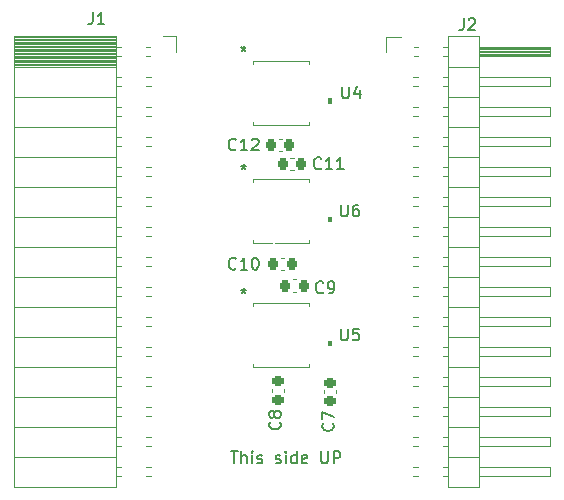
<source format=gbr>
%TF.GenerationSoftware,KiCad,Pcbnew,(6.0.1)*%
%TF.CreationDate,2022-07-20T18:19:17-07:00*%
%TF.ProjectId,LevelShifter,4c657665-6c53-4686-9966-7465722e6b69,rev?*%
%TF.SameCoordinates,Original*%
%TF.FileFunction,Legend,Top*%
%TF.FilePolarity,Positive*%
%FSLAX46Y46*%
G04 Gerber Fmt 4.6, Leading zero omitted, Abs format (unit mm)*
G04 Created by KiCad (PCBNEW (6.0.1)) date 2022-07-20 18:19:17*
%MOMM*%
%LPD*%
G01*
G04 APERTURE LIST*
G04 Aperture macros list*
%AMRoundRect*
0 Rectangle with rounded corners*
0 $1 Rounding radius*
0 $2 $3 $4 $5 $6 $7 $8 $9 X,Y pos of 4 corners*
0 Add a 4 corners polygon primitive as box body*
4,1,4,$2,$3,$4,$5,$6,$7,$8,$9,$2,$3,0*
0 Add four circle primitives for the rounded corners*
1,1,$1+$1,$2,$3*
1,1,$1+$1,$4,$5*
1,1,$1+$1,$6,$7*
1,1,$1+$1,$8,$9*
0 Add four rect primitives between the rounded corners*
20,1,$1+$1,$2,$3,$4,$5,0*
20,1,$1+$1,$4,$5,$6,$7,0*
20,1,$1+$1,$6,$7,$8,$9,0*
20,1,$1+$1,$8,$9,$2,$3,0*%
G04 Aperture macros list end*
%ADD10C,0.150000*%
%ADD11C,0.120000*%
%ADD12C,0.100000*%
%ADD13R,1.700000X1.700000*%
%ADD14O,1.700000X1.700000*%
%ADD15RoundRect,0.225000X-0.250000X0.225000X-0.250000X-0.225000X0.250000X-0.225000X0.250000X0.225000X0*%
%ADD16RoundRect,0.225000X0.250000X-0.225000X0.250000X0.225000X-0.250000X0.225000X-0.250000X-0.225000X0*%
%ADD17R,1.404099X0.354800*%
%ADD18RoundRect,0.225000X-0.225000X-0.250000X0.225000X-0.250000X0.225000X0.250000X-0.225000X0.250000X0*%
%ADD19RoundRect,0.225000X0.225000X0.250000X-0.225000X0.250000X-0.225000X-0.250000X0.225000X-0.250000X0*%
%ADD20C,0.800000*%
G04 APERTURE END LIST*
D10*
X155604523Y-113852380D02*
X156175952Y-113852380D01*
X155890238Y-114852380D02*
X155890238Y-113852380D01*
X156509285Y-114852380D02*
X156509285Y-113852380D01*
X156937857Y-114852380D02*
X156937857Y-114328571D01*
X156890238Y-114233333D01*
X156795000Y-114185714D01*
X156652142Y-114185714D01*
X156556904Y-114233333D01*
X156509285Y-114280952D01*
X157414047Y-114852380D02*
X157414047Y-114185714D01*
X157414047Y-113852380D02*
X157366428Y-113900000D01*
X157414047Y-113947619D01*
X157461666Y-113900000D01*
X157414047Y-113852380D01*
X157414047Y-113947619D01*
X157842619Y-114804761D02*
X157937857Y-114852380D01*
X158128333Y-114852380D01*
X158223571Y-114804761D01*
X158271190Y-114709523D01*
X158271190Y-114661904D01*
X158223571Y-114566666D01*
X158128333Y-114519047D01*
X157985476Y-114519047D01*
X157890238Y-114471428D01*
X157842619Y-114376190D01*
X157842619Y-114328571D01*
X157890238Y-114233333D01*
X157985476Y-114185714D01*
X158128333Y-114185714D01*
X158223571Y-114233333D01*
X159414047Y-114804761D02*
X159509285Y-114852380D01*
X159699761Y-114852380D01*
X159795000Y-114804761D01*
X159842619Y-114709523D01*
X159842619Y-114661904D01*
X159795000Y-114566666D01*
X159699761Y-114519047D01*
X159556904Y-114519047D01*
X159461666Y-114471428D01*
X159414047Y-114376190D01*
X159414047Y-114328571D01*
X159461666Y-114233333D01*
X159556904Y-114185714D01*
X159699761Y-114185714D01*
X159795000Y-114233333D01*
X160271190Y-114852380D02*
X160271190Y-114185714D01*
X160271190Y-113852380D02*
X160223571Y-113900000D01*
X160271190Y-113947619D01*
X160318809Y-113900000D01*
X160271190Y-113852380D01*
X160271190Y-113947619D01*
X161175952Y-114852380D02*
X161175952Y-113852380D01*
X161175952Y-114804761D02*
X161080714Y-114852380D01*
X160890238Y-114852380D01*
X160795000Y-114804761D01*
X160747380Y-114757142D01*
X160699761Y-114661904D01*
X160699761Y-114376190D01*
X160747380Y-114280952D01*
X160795000Y-114233333D01*
X160890238Y-114185714D01*
X161080714Y-114185714D01*
X161175952Y-114233333D01*
X162033095Y-114804761D02*
X161937857Y-114852380D01*
X161747380Y-114852380D01*
X161652142Y-114804761D01*
X161604523Y-114709523D01*
X161604523Y-114328571D01*
X161652142Y-114233333D01*
X161747380Y-114185714D01*
X161937857Y-114185714D01*
X162033095Y-114233333D01*
X162080714Y-114328571D01*
X162080714Y-114423809D01*
X161604523Y-114519047D01*
X163271190Y-113852380D02*
X163271190Y-114661904D01*
X163318809Y-114757142D01*
X163366428Y-114804761D01*
X163461666Y-114852380D01*
X163652142Y-114852380D01*
X163747380Y-114804761D01*
X163795000Y-114757142D01*
X163842619Y-114661904D01*
X163842619Y-113852380D01*
X164318809Y-114852380D02*
X164318809Y-113852380D01*
X164699761Y-113852380D01*
X164795000Y-113900000D01*
X164842619Y-113947619D01*
X164890238Y-114042857D01*
X164890238Y-114185714D01*
X164842619Y-114280952D01*
X164795000Y-114328571D01*
X164699761Y-114376190D01*
X164318809Y-114376190D01*
%TO.C,J1*%
X143911666Y-76682380D02*
X143911666Y-77396666D01*
X143864047Y-77539523D01*
X143768809Y-77634761D01*
X143625952Y-77682380D01*
X143530714Y-77682380D01*
X144911666Y-77682380D02*
X144340238Y-77682380D01*
X144625952Y-77682380D02*
X144625952Y-76682380D01*
X144530714Y-76825238D01*
X144435476Y-76920476D01*
X144340238Y-76968095D01*
%TO.C,C7*%
X164252142Y-111466666D02*
X164299761Y-111514285D01*
X164347380Y-111657142D01*
X164347380Y-111752380D01*
X164299761Y-111895238D01*
X164204523Y-111990476D01*
X164109285Y-112038095D01*
X163918809Y-112085714D01*
X163775952Y-112085714D01*
X163585476Y-112038095D01*
X163490238Y-111990476D01*
X163395000Y-111895238D01*
X163347380Y-111752380D01*
X163347380Y-111657142D01*
X163395000Y-111514285D01*
X163442619Y-111466666D01*
X163347380Y-111133333D02*
X163347380Y-110466666D01*
X164347380Y-110895238D01*
%TO.C,C8*%
X159752142Y-111366666D02*
X159799761Y-111414285D01*
X159847380Y-111557142D01*
X159847380Y-111652380D01*
X159799761Y-111795238D01*
X159704523Y-111890476D01*
X159609285Y-111938095D01*
X159418809Y-111985714D01*
X159275952Y-111985714D01*
X159085476Y-111938095D01*
X158990238Y-111890476D01*
X158895000Y-111795238D01*
X158847380Y-111652380D01*
X158847380Y-111557142D01*
X158895000Y-111414285D01*
X158942619Y-111366666D01*
X159275952Y-110795238D02*
X159228333Y-110890476D01*
X159180714Y-110938095D01*
X159085476Y-110985714D01*
X159037857Y-110985714D01*
X158942619Y-110938095D01*
X158895000Y-110890476D01*
X158847380Y-110795238D01*
X158847380Y-110604761D01*
X158895000Y-110509523D01*
X158942619Y-110461904D01*
X159037857Y-110414285D01*
X159085476Y-110414285D01*
X159180714Y-110461904D01*
X159228333Y-110509523D01*
X159275952Y-110604761D01*
X159275952Y-110795238D01*
X159323571Y-110890476D01*
X159371190Y-110938095D01*
X159466428Y-110985714D01*
X159656904Y-110985714D01*
X159752142Y-110938095D01*
X159799761Y-110890476D01*
X159847380Y-110795238D01*
X159847380Y-110604761D01*
X159799761Y-110509523D01*
X159752142Y-110461904D01*
X159656904Y-110414285D01*
X159466428Y-110414285D01*
X159371190Y-110461904D01*
X159323571Y-110509523D01*
X159275952Y-110604761D01*
%TO.C,U6*%
X164933095Y-92952380D02*
X164933095Y-93761904D01*
X164980714Y-93857142D01*
X165028333Y-93904761D01*
X165123571Y-93952380D01*
X165314047Y-93952380D01*
X165409285Y-93904761D01*
X165456904Y-93857142D01*
X165504523Y-93761904D01*
X165504523Y-92952380D01*
X166409285Y-92952380D02*
X166218809Y-92952380D01*
X166123571Y-93000000D01*
X166075952Y-93047619D01*
X165980714Y-93190476D01*
X165933095Y-93380952D01*
X165933095Y-93761904D01*
X165980714Y-93857142D01*
X166028333Y-93904761D01*
X166123571Y-93952380D01*
X166314047Y-93952380D01*
X166409285Y-93904761D01*
X166456904Y-93857142D01*
X166504523Y-93761904D01*
X166504523Y-93523809D01*
X166456904Y-93428571D01*
X166409285Y-93380952D01*
X166314047Y-93333333D01*
X166123571Y-93333333D01*
X166028333Y-93380952D01*
X165980714Y-93428571D01*
X165933095Y-93523809D01*
X156691050Y-89504622D02*
X156691050Y-89742718D01*
X156452954Y-89647480D02*
X156691050Y-89742718D01*
X156929145Y-89647480D01*
X156548192Y-89933194D02*
X156691050Y-89742718D01*
X156833907Y-89933194D01*
X156691050Y-89504622D02*
X156691050Y-89742718D01*
X156452954Y-89647480D02*
X156691050Y-89742718D01*
X156929145Y-89647480D01*
X156548192Y-89933194D02*
X156691050Y-89742718D01*
X156833907Y-89933194D01*
%TO.C,C12*%
X156052142Y-88257142D02*
X156004523Y-88304761D01*
X155861666Y-88352380D01*
X155766428Y-88352380D01*
X155623571Y-88304761D01*
X155528333Y-88209523D01*
X155480714Y-88114285D01*
X155433095Y-87923809D01*
X155433095Y-87780952D01*
X155480714Y-87590476D01*
X155528333Y-87495238D01*
X155623571Y-87400000D01*
X155766428Y-87352380D01*
X155861666Y-87352380D01*
X156004523Y-87400000D01*
X156052142Y-87447619D01*
X157004523Y-88352380D02*
X156433095Y-88352380D01*
X156718809Y-88352380D02*
X156718809Y-87352380D01*
X156623571Y-87495238D01*
X156528333Y-87590476D01*
X156433095Y-87638095D01*
X157385476Y-87447619D02*
X157433095Y-87400000D01*
X157528333Y-87352380D01*
X157766428Y-87352380D01*
X157861666Y-87400000D01*
X157909285Y-87447619D01*
X157956904Y-87542857D01*
X157956904Y-87638095D01*
X157909285Y-87780952D01*
X157337857Y-88352380D01*
X157956904Y-88352380D01*
%TO.C,U5*%
X164933095Y-103452380D02*
X164933095Y-104261904D01*
X164980714Y-104357142D01*
X165028333Y-104404761D01*
X165123571Y-104452380D01*
X165314047Y-104452380D01*
X165409285Y-104404761D01*
X165456904Y-104357142D01*
X165504523Y-104261904D01*
X165504523Y-103452380D01*
X166456904Y-103452380D02*
X165980714Y-103452380D01*
X165933095Y-103928571D01*
X165980714Y-103880952D01*
X166075952Y-103833333D01*
X166314047Y-103833333D01*
X166409285Y-103880952D01*
X166456904Y-103928571D01*
X166504523Y-104023809D01*
X166504523Y-104261904D01*
X166456904Y-104357142D01*
X166409285Y-104404761D01*
X166314047Y-104452380D01*
X166075952Y-104452380D01*
X165980714Y-104404761D01*
X165933095Y-104357142D01*
X156691050Y-100004622D02*
X156691050Y-100242718D01*
X156452954Y-100147480D02*
X156691050Y-100242718D01*
X156929145Y-100147480D01*
X156548192Y-100433194D02*
X156691050Y-100242718D01*
X156833907Y-100433194D01*
X156691050Y-100004622D02*
X156691050Y-100242718D01*
X156452954Y-100147480D02*
X156691050Y-100242718D01*
X156929145Y-100147480D01*
X156548192Y-100433194D02*
X156691050Y-100242718D01*
X156833907Y-100433194D01*
%TO.C,C10*%
X156052142Y-98357142D02*
X156004523Y-98404761D01*
X155861666Y-98452380D01*
X155766428Y-98452380D01*
X155623571Y-98404761D01*
X155528333Y-98309523D01*
X155480714Y-98214285D01*
X155433095Y-98023809D01*
X155433095Y-97880952D01*
X155480714Y-97690476D01*
X155528333Y-97595238D01*
X155623571Y-97500000D01*
X155766428Y-97452380D01*
X155861666Y-97452380D01*
X156004523Y-97500000D01*
X156052142Y-97547619D01*
X157004523Y-98452380D02*
X156433095Y-98452380D01*
X156718809Y-98452380D02*
X156718809Y-97452380D01*
X156623571Y-97595238D01*
X156528333Y-97690476D01*
X156433095Y-97738095D01*
X157623571Y-97452380D02*
X157718809Y-97452380D01*
X157814047Y-97500000D01*
X157861666Y-97547619D01*
X157909285Y-97642857D01*
X157956904Y-97833333D01*
X157956904Y-98071428D01*
X157909285Y-98261904D01*
X157861666Y-98357142D01*
X157814047Y-98404761D01*
X157718809Y-98452380D01*
X157623571Y-98452380D01*
X157528333Y-98404761D01*
X157480714Y-98357142D01*
X157433095Y-98261904D01*
X157385476Y-98071428D01*
X157385476Y-97833333D01*
X157433095Y-97642857D01*
X157480714Y-97547619D01*
X157528333Y-97500000D01*
X157623571Y-97452380D01*
%TO.C,J2*%
X175316666Y-77182380D02*
X175316666Y-77896666D01*
X175269047Y-78039523D01*
X175173809Y-78134761D01*
X175030952Y-78182380D01*
X174935714Y-78182380D01*
X175745238Y-77277619D02*
X175792857Y-77230000D01*
X175888095Y-77182380D01*
X176126190Y-77182380D01*
X176221428Y-77230000D01*
X176269047Y-77277619D01*
X176316666Y-77372857D01*
X176316666Y-77468095D01*
X176269047Y-77610952D01*
X175697619Y-78182380D01*
X176316666Y-78182380D01*
%TO.C,U4*%
X165033095Y-82952380D02*
X165033095Y-83761904D01*
X165080714Y-83857142D01*
X165128333Y-83904761D01*
X165223571Y-83952380D01*
X165414047Y-83952380D01*
X165509285Y-83904761D01*
X165556904Y-83857142D01*
X165604523Y-83761904D01*
X165604523Y-82952380D01*
X166509285Y-83285714D02*
X166509285Y-83952380D01*
X166271190Y-82904761D02*
X166033095Y-83619047D01*
X166652142Y-83619047D01*
X156691050Y-79504622D02*
X156691050Y-79742718D01*
X156452954Y-79647480D02*
X156691050Y-79742718D01*
X156929145Y-79647480D01*
X156548192Y-79933194D02*
X156691050Y-79742718D01*
X156833907Y-79933194D01*
X156691050Y-79504622D02*
X156691050Y-79742718D01*
X156452954Y-79647480D02*
X156691050Y-79742718D01*
X156929145Y-79647480D01*
X156548192Y-79933194D02*
X156691050Y-79742718D01*
X156833907Y-79933194D01*
%TO.C,C9*%
X163428333Y-100357142D02*
X163380714Y-100404761D01*
X163237857Y-100452380D01*
X163142619Y-100452380D01*
X162999761Y-100404761D01*
X162904523Y-100309523D01*
X162856904Y-100214285D01*
X162809285Y-100023809D01*
X162809285Y-99880952D01*
X162856904Y-99690476D01*
X162904523Y-99595238D01*
X162999761Y-99500000D01*
X163142619Y-99452380D01*
X163237857Y-99452380D01*
X163380714Y-99500000D01*
X163428333Y-99547619D01*
X163904523Y-100452380D02*
X164095000Y-100452380D01*
X164190238Y-100404761D01*
X164237857Y-100357142D01*
X164333095Y-100214285D01*
X164380714Y-100023809D01*
X164380714Y-99642857D01*
X164333095Y-99547619D01*
X164285476Y-99500000D01*
X164190238Y-99452380D01*
X163999761Y-99452380D01*
X163904523Y-99500000D01*
X163856904Y-99547619D01*
X163809285Y-99642857D01*
X163809285Y-99880952D01*
X163856904Y-99976190D01*
X163904523Y-100023809D01*
X163999761Y-100071428D01*
X164190238Y-100071428D01*
X164285476Y-100023809D01*
X164333095Y-99976190D01*
X164380714Y-99880952D01*
%TO.C,C11*%
X163252142Y-89857142D02*
X163204523Y-89904761D01*
X163061666Y-89952380D01*
X162966428Y-89952380D01*
X162823571Y-89904761D01*
X162728333Y-89809523D01*
X162680714Y-89714285D01*
X162633095Y-89523809D01*
X162633095Y-89380952D01*
X162680714Y-89190476D01*
X162728333Y-89095238D01*
X162823571Y-89000000D01*
X162966428Y-88952380D01*
X163061666Y-88952380D01*
X163204523Y-89000000D01*
X163252142Y-89047619D01*
X164204523Y-89952380D02*
X163633095Y-89952380D01*
X163918809Y-89952380D02*
X163918809Y-88952380D01*
X163823571Y-89095238D01*
X163728333Y-89190476D01*
X163633095Y-89238095D01*
X165156904Y-89952380D02*
X164585476Y-89952380D01*
X164871190Y-89952380D02*
X164871190Y-88952380D01*
X164775952Y-89095238D01*
X164680714Y-89190476D01*
X164585476Y-89238095D01*
D11*
%TO.C,J1*%
X137265000Y-93970000D02*
X145895000Y-93970000D01*
X148405000Y-113380000D02*
X148845000Y-113380000D01*
X137265000Y-101590000D02*
X145895000Y-101590000D01*
X145895000Y-82900000D02*
X146305000Y-82900000D01*
X148405000Y-97420000D02*
X148845000Y-97420000D01*
X145895000Y-103220000D02*
X146305000Y-103220000D01*
X148405000Y-115920000D02*
X148845000Y-115920000D01*
X137265000Y-80679520D02*
X145895000Y-80679520D01*
X137265000Y-83810000D02*
X145895000Y-83810000D01*
X148405000Y-87980000D02*
X148845000Y-87980000D01*
X145895000Y-87980000D02*
X146305000Y-87980000D01*
X145895000Y-102500000D02*
X146305000Y-102500000D01*
X137265000Y-79144285D02*
X145895000Y-79144285D01*
X145895000Y-100680000D02*
X146305000Y-100680000D01*
X148405000Y-94880000D02*
X148845000Y-94880000D01*
X148405000Y-87260000D02*
X148845000Y-87260000D01*
X145895000Y-115200000D02*
X146305000Y-115200000D01*
X145895000Y-87260000D02*
X146305000Y-87260000D01*
X145895000Y-110120000D02*
X146305000Y-110120000D01*
X137265000Y-79262380D02*
X145895000Y-79262380D01*
X151005000Y-78670000D02*
X151005000Y-80000000D01*
X137265000Y-79852855D02*
X145895000Y-79852855D01*
X145895000Y-110840000D02*
X146305000Y-110840000D01*
X148405000Y-103220000D02*
X148845000Y-103220000D01*
X137265000Y-80915710D02*
X145895000Y-80915710D01*
X145895000Y-112660000D02*
X146305000Y-112660000D01*
X148405000Y-85440000D02*
X148845000Y-85440000D01*
X148405000Y-79640000D02*
X148785000Y-79640000D01*
X145895000Y-98140000D02*
X146305000Y-98140000D01*
X137265000Y-78790000D02*
X145895000Y-78790000D01*
X137265000Y-86350000D02*
X145895000Y-86350000D01*
X137265000Y-79970950D02*
X145895000Y-79970950D01*
X145895000Y-107580000D02*
X146305000Y-107580000D01*
X148405000Y-108300000D02*
X148845000Y-108300000D01*
X148405000Y-98140000D02*
X148845000Y-98140000D01*
X148405000Y-110840000D02*
X148845000Y-110840000D01*
X137265000Y-81151900D02*
X145895000Y-81151900D01*
X148405000Y-82900000D02*
X148845000Y-82900000D01*
X137265000Y-109210000D02*
X145895000Y-109210000D01*
X148405000Y-100680000D02*
X148845000Y-100680000D01*
X137265000Y-80561425D02*
X145895000Y-80561425D01*
X145895000Y-97420000D02*
X146305000Y-97420000D01*
X137265000Y-79498570D02*
X145895000Y-79498570D01*
X145895000Y-90520000D02*
X146305000Y-90520000D01*
X148405000Y-95600000D02*
X148845000Y-95600000D01*
X148405000Y-90520000D02*
X148845000Y-90520000D01*
X137265000Y-116890000D02*
X145895000Y-116890000D01*
X145895000Y-108300000D02*
X146305000Y-108300000D01*
X148405000Y-99960000D02*
X148845000Y-99960000D01*
X137265000Y-79734760D02*
X145895000Y-79734760D01*
X137265000Y-79616665D02*
X145895000Y-79616665D01*
X148405000Y-115200000D02*
X148845000Y-115200000D01*
X145895000Y-78670000D02*
X145895000Y-116890000D01*
X148405000Y-105040000D02*
X148845000Y-105040000D01*
X137265000Y-80089045D02*
X145895000Y-80089045D01*
X148405000Y-89800000D02*
X148845000Y-89800000D01*
X148405000Y-110120000D02*
X148845000Y-110120000D01*
X137265000Y-99050000D02*
X145895000Y-99050000D01*
X137265000Y-78670000D02*
X145895000Y-78670000D01*
X149895000Y-78670000D02*
X151005000Y-78670000D01*
X145895000Y-85440000D02*
X146305000Y-85440000D01*
X148405000Y-102500000D02*
X148845000Y-102500000D01*
X145895000Y-92340000D02*
X146305000Y-92340000D01*
X137265000Y-80325235D02*
X145895000Y-80325235D01*
X137265000Y-88890000D02*
X145895000Y-88890000D01*
X137265000Y-78670000D02*
X137265000Y-116890000D01*
X137265000Y-79380475D02*
X145895000Y-79380475D01*
X148405000Y-107580000D02*
X148845000Y-107580000D01*
X148405000Y-80360000D02*
X148785000Y-80360000D01*
X137265000Y-114290000D02*
X145895000Y-114290000D01*
X137265000Y-79026190D02*
X145895000Y-79026190D01*
X145895000Y-99960000D02*
X146305000Y-99960000D01*
X148405000Y-84720000D02*
X148845000Y-84720000D01*
X145895000Y-94880000D02*
X146305000Y-94880000D01*
X145895000Y-84720000D02*
X146305000Y-84720000D01*
X137265000Y-104130000D02*
X145895000Y-104130000D01*
X145895000Y-105760000D02*
X146305000Y-105760000D01*
X137265000Y-80443330D02*
X145895000Y-80443330D01*
X145895000Y-79640000D02*
X146305000Y-79640000D01*
X137265000Y-81033805D02*
X145895000Y-81033805D01*
X145895000Y-89800000D02*
X146305000Y-89800000D01*
X137265000Y-106670000D02*
X145895000Y-106670000D01*
X148405000Y-112660000D02*
X148845000Y-112660000D01*
X145895000Y-93060000D02*
X146305000Y-93060000D01*
X148405000Y-105760000D02*
X148845000Y-105760000D01*
X145895000Y-105040000D02*
X146305000Y-105040000D01*
X148405000Y-82180000D02*
X148845000Y-82180000D01*
X145895000Y-115920000D02*
X146305000Y-115920000D01*
X137265000Y-80207140D02*
X145895000Y-80207140D01*
X148405000Y-93060000D02*
X148845000Y-93060000D01*
X137265000Y-81270000D02*
X145895000Y-81270000D01*
X145895000Y-80360000D02*
X146305000Y-80360000D01*
X137265000Y-111750000D02*
X145895000Y-111750000D01*
X137265000Y-91430000D02*
X145895000Y-91430000D01*
X137265000Y-80797615D02*
X145895000Y-80797615D01*
X145895000Y-95600000D02*
X146305000Y-95600000D01*
X137265000Y-96510000D02*
X145895000Y-96510000D01*
X148405000Y-92340000D02*
X148845000Y-92340000D01*
X137265000Y-78908095D02*
X145895000Y-78908095D01*
X145895000Y-82180000D02*
X146305000Y-82180000D01*
X145895000Y-113380000D02*
X146305000Y-113380000D01*
%TO.C,C7*%
X163485000Y-108659420D02*
X163485000Y-108940580D01*
X164505000Y-108659420D02*
X164505000Y-108940580D01*
%TO.C,C8*%
X160105000Y-108840580D02*
X160105000Y-108559420D01*
X159085000Y-108840580D02*
X159085000Y-108559420D01*
%TO.C,U6*%
X157520100Y-90820300D02*
X157520100Y-91039902D01*
X157520100Y-95960098D02*
X157520100Y-96179700D01*
X157520100Y-96179700D02*
X162269900Y-96179700D01*
X162269900Y-90820300D02*
X157520100Y-90820300D01*
X162269900Y-96179700D02*
X162269900Y-95960098D01*
X162269900Y-91039902D02*
X162269900Y-90820300D01*
D12*
X164054999Y-93959486D02*
X164054999Y-94340486D01*
X164054999Y-94340486D02*
X163800999Y-94340486D01*
X163800999Y-94340486D02*
X163800999Y-93959486D01*
X163800999Y-93959486D02*
X164054999Y-93959486D01*
G36*
X164054999Y-94340486D02*
G01*
X163800999Y-94340486D01*
X163800999Y-93959486D01*
X164054999Y-93959486D01*
X164054999Y-94340486D01*
G37*
X164054999Y-94340486D02*
X163800999Y-94340486D01*
X163800999Y-93959486D01*
X164054999Y-93959486D01*
X164054999Y-94340486D01*
D11*
%TO.C,C12*%
X159654420Y-87390000D02*
X159935580Y-87390000D01*
X159654420Y-88410000D02*
X159935580Y-88410000D01*
%TO.C,U5*%
X157520100Y-106679700D02*
X162269900Y-106679700D01*
X157520100Y-101320300D02*
X157520100Y-101539902D01*
X157520100Y-106460098D02*
X157520100Y-106679700D01*
X162269900Y-101320300D02*
X157520100Y-101320300D01*
X162269900Y-106679700D02*
X162269900Y-106460098D01*
X162269900Y-101539902D02*
X162269900Y-101320300D01*
D12*
X164054999Y-104459486D02*
X164054999Y-104840486D01*
X164054999Y-104840486D02*
X163800999Y-104840486D01*
X163800999Y-104840486D02*
X163800999Y-104459486D01*
X163800999Y-104459486D02*
X164054999Y-104459486D01*
G36*
X164054999Y-104840486D02*
G01*
X163800999Y-104840486D01*
X163800999Y-104459486D01*
X164054999Y-104459486D01*
X164054999Y-104840486D01*
G37*
X164054999Y-104840486D02*
X163800999Y-104840486D01*
X163800999Y-104459486D01*
X164054999Y-104459486D01*
X164054999Y-104840486D01*
D11*
%TO.C,C10*%
X159854420Y-97490000D02*
X160135580Y-97490000D01*
X159854420Y-98510000D02*
X160135580Y-98510000D01*
%TO.C,J2*%
X182635000Y-102480000D02*
X182635000Y-103240000D01*
X176635000Y-92320000D02*
X182635000Y-92320000D01*
X173577929Y-82920000D02*
X173975000Y-82920000D01*
X173577929Y-89780000D02*
X173975000Y-89780000D01*
X176635000Y-78670000D02*
X173975000Y-78670000D01*
X168725000Y-78730000D02*
X169995000Y-78730000D01*
X182635000Y-110860000D02*
X176635000Y-110860000D01*
X171037929Y-105780000D02*
X171492071Y-105780000D01*
X173975000Y-91430000D02*
X176635000Y-91430000D01*
X176635000Y-89780000D02*
X182635000Y-89780000D01*
X171105000Y-79620000D02*
X171492071Y-79620000D01*
X171037929Y-94860000D02*
X171492071Y-94860000D01*
X173577929Y-105780000D02*
X173975000Y-105780000D01*
X171037929Y-92320000D02*
X171492071Y-92320000D01*
X171037929Y-98160000D02*
X171492071Y-98160000D01*
X182635000Y-113400000D02*
X176635000Y-113400000D01*
X176635000Y-82160000D02*
X182635000Y-82160000D01*
X173975000Y-111750000D02*
X176635000Y-111750000D01*
X171037929Y-110100000D02*
X171492071Y-110100000D01*
X171037929Y-84700000D02*
X171492071Y-84700000D01*
X173975000Y-116890000D02*
X176635000Y-116890000D01*
X182635000Y-112640000D02*
X182635000Y-113400000D01*
X173577929Y-84700000D02*
X173975000Y-84700000D01*
X171037929Y-115180000D02*
X171492071Y-115180000D01*
X173577929Y-85460000D02*
X173975000Y-85460000D01*
X182635000Y-80380000D02*
X176635000Y-80380000D01*
X182635000Y-84700000D02*
X182635000Y-85460000D01*
X173577929Y-98160000D02*
X173975000Y-98160000D01*
X182635000Y-97400000D02*
X182635000Y-98160000D01*
X173975000Y-101590000D02*
X176635000Y-101590000D01*
X173975000Y-78670000D02*
X173975000Y-116890000D01*
X182635000Y-105020000D02*
X182635000Y-105780000D01*
X182635000Y-94860000D02*
X182635000Y-95620000D01*
X173577929Y-110100000D02*
X173975000Y-110100000D01*
X176635000Y-112640000D02*
X182635000Y-112640000D01*
X171037929Y-97400000D02*
X171492071Y-97400000D01*
X182635000Y-95620000D02*
X176635000Y-95620000D01*
X173577929Y-92320000D02*
X173975000Y-92320000D01*
X182635000Y-92320000D02*
X182635000Y-93080000D01*
X173975000Y-83810000D02*
X176635000Y-83810000D01*
X182635000Y-89780000D02*
X182635000Y-90540000D01*
X173577929Y-97400000D02*
X173975000Y-97400000D01*
X171037929Y-100700000D02*
X171492071Y-100700000D01*
X173577929Y-93080000D02*
X173975000Y-93080000D01*
X173577929Y-94860000D02*
X173975000Y-94860000D01*
X182635000Y-100700000D02*
X176635000Y-100700000D01*
X171037929Y-102480000D02*
X171492071Y-102480000D01*
X173975000Y-104130000D02*
X176635000Y-104130000D01*
X182635000Y-85460000D02*
X176635000Y-85460000D01*
X168725000Y-80000000D02*
X168725000Y-78730000D01*
X173577929Y-79620000D02*
X173975000Y-79620000D01*
X173577929Y-100700000D02*
X173975000Y-100700000D01*
X171105000Y-80380000D02*
X171492071Y-80380000D01*
X173577929Y-105020000D02*
X173975000Y-105020000D01*
X182635000Y-103240000D02*
X176635000Y-103240000D01*
X176635000Y-97400000D02*
X182635000Y-97400000D01*
X171037929Y-87240000D02*
X171492071Y-87240000D01*
X182635000Y-107560000D02*
X182635000Y-108320000D01*
X173577929Y-102480000D02*
X173975000Y-102480000D01*
X173975000Y-96510000D02*
X176635000Y-96510000D01*
X173577929Y-95620000D02*
X173975000Y-95620000D01*
X171037929Y-90540000D02*
X171492071Y-90540000D01*
X171037929Y-89780000D02*
X171492071Y-89780000D01*
X171037929Y-108320000D02*
X171492071Y-108320000D01*
X176635000Y-79920000D02*
X182635000Y-79920000D01*
X176635000Y-110100000D02*
X182635000Y-110100000D01*
X171037929Y-82160000D02*
X171492071Y-82160000D01*
X173577929Y-112640000D02*
X173975000Y-112640000D01*
X173577929Y-99940000D02*
X173975000Y-99940000D01*
X173577929Y-80380000D02*
X173975000Y-80380000D01*
X173577929Y-115940000D02*
X173975000Y-115940000D01*
X176635000Y-79800000D02*
X182635000Y-79800000D01*
X171037929Y-82920000D02*
X171492071Y-82920000D01*
X176635000Y-80040000D02*
X182635000Y-80040000D01*
X171037929Y-88000000D02*
X171492071Y-88000000D01*
X176635000Y-94860000D02*
X182635000Y-94860000D01*
X176635000Y-102480000D02*
X182635000Y-102480000D01*
X171037929Y-99940000D02*
X171492071Y-99940000D01*
X173577929Y-87240000D02*
X173975000Y-87240000D01*
X182635000Y-98160000D02*
X176635000Y-98160000D01*
X173975000Y-81270000D02*
X176635000Y-81270000D01*
X173975000Y-86350000D02*
X176635000Y-86350000D01*
X173577929Y-113400000D02*
X173975000Y-113400000D01*
X182635000Y-108320000D02*
X176635000Y-108320000D01*
X173975000Y-88890000D02*
X176635000Y-88890000D01*
X176635000Y-80160000D02*
X182635000Y-80160000D01*
X171037929Y-115940000D02*
X171492071Y-115940000D01*
X182635000Y-115180000D02*
X182635000Y-115940000D01*
X182635000Y-110100000D02*
X182635000Y-110860000D01*
X173577929Y-115180000D02*
X173975000Y-115180000D01*
X173577929Y-82160000D02*
X173975000Y-82160000D01*
X176635000Y-87240000D02*
X182635000Y-87240000D01*
X176635000Y-80280000D02*
X182635000Y-80280000D01*
X176635000Y-79680000D02*
X182635000Y-79680000D01*
X176635000Y-84700000D02*
X182635000Y-84700000D01*
X173975000Y-109210000D02*
X176635000Y-109210000D01*
X171037929Y-113400000D02*
X171492071Y-113400000D01*
X173975000Y-93970000D02*
X176635000Y-93970000D01*
X171037929Y-112640000D02*
X171492071Y-112640000D01*
X176635000Y-115180000D02*
X182635000Y-115180000D01*
X173577929Y-107560000D02*
X173975000Y-107560000D01*
X182635000Y-105780000D02*
X176635000Y-105780000D01*
X176635000Y-105020000D02*
X182635000Y-105020000D01*
X176635000Y-99940000D02*
X182635000Y-99940000D01*
X171037929Y-105020000D02*
X171492071Y-105020000D01*
X182635000Y-82160000D02*
X182635000Y-82920000D01*
X182635000Y-115940000D02*
X176635000Y-115940000D01*
X182635000Y-93080000D02*
X176635000Y-93080000D01*
X182635000Y-79620000D02*
X182635000Y-80380000D01*
X171037929Y-85460000D02*
X171492071Y-85460000D01*
X173577929Y-103240000D02*
X173975000Y-103240000D01*
X171037929Y-95620000D02*
X171492071Y-95620000D01*
X176635000Y-79620000D02*
X182635000Y-79620000D01*
X171037929Y-107560000D02*
X171492071Y-107560000D01*
X176635000Y-107560000D02*
X182635000Y-107560000D01*
X173975000Y-106670000D02*
X176635000Y-106670000D01*
X176635000Y-116890000D02*
X176635000Y-78670000D01*
X182635000Y-82920000D02*
X176635000Y-82920000D01*
X173975000Y-114290000D02*
X176635000Y-114290000D01*
X173577929Y-108320000D02*
X173975000Y-108320000D01*
X173975000Y-99050000D02*
X176635000Y-99050000D01*
X173577929Y-110860000D02*
X173975000Y-110860000D01*
X182635000Y-99940000D02*
X182635000Y-100700000D01*
X173577929Y-88000000D02*
X173975000Y-88000000D01*
X182635000Y-90540000D02*
X176635000Y-90540000D01*
X171037929Y-110860000D02*
X171492071Y-110860000D01*
X171037929Y-93080000D02*
X171492071Y-93080000D01*
X173577929Y-90540000D02*
X173975000Y-90540000D01*
X182635000Y-88000000D02*
X176635000Y-88000000D01*
X171037929Y-103240000D02*
X171492071Y-103240000D01*
X182635000Y-87240000D02*
X182635000Y-88000000D01*
%TO.C,U4*%
X162269900Y-81039902D02*
X162269900Y-80820300D01*
X157520100Y-80820300D02*
X157520100Y-81039902D01*
X157520100Y-85960098D02*
X157520100Y-86179700D01*
X162269900Y-80820300D02*
X157520100Y-80820300D01*
X162269900Y-86179700D02*
X162269900Y-85960098D01*
X157520100Y-86179700D02*
X162269900Y-86179700D01*
D12*
X164054999Y-83959486D02*
X164054999Y-84340486D01*
X164054999Y-84340486D02*
X163800999Y-84340486D01*
X163800999Y-84340486D02*
X163800999Y-83959486D01*
X163800999Y-83959486D02*
X164054999Y-83959486D01*
G36*
X164054999Y-84340486D02*
G01*
X163800999Y-84340486D01*
X163800999Y-83959486D01*
X164054999Y-83959486D01*
X164054999Y-84340486D01*
G37*
X164054999Y-84340486D02*
X163800999Y-84340486D01*
X163800999Y-83959486D01*
X164054999Y-83959486D01*
X164054999Y-84340486D01*
D11*
%TO.C,C9*%
X161135580Y-99290000D02*
X160854420Y-99290000D01*
X161135580Y-100310000D02*
X160854420Y-100310000D01*
%TO.C,C11*%
X160935580Y-90010000D02*
X160654420Y-90010000D01*
X160935580Y-88990000D02*
X160654420Y-88990000D01*
%TD*%
%LPC*%
D13*
%TO.C,J1*%
X149895000Y-80000000D03*
D14*
X147355000Y-80000000D03*
X149895000Y-82540000D03*
X147355000Y-82540000D03*
X149895000Y-85080000D03*
X147355000Y-85080000D03*
X149895000Y-87620000D03*
X147355000Y-87620000D03*
X149895000Y-90160000D03*
X147355000Y-90160000D03*
X149895000Y-92700000D03*
X147355000Y-92700000D03*
X149895000Y-95240000D03*
X147355000Y-95240000D03*
X149895000Y-97780000D03*
X147355000Y-97780000D03*
X149895000Y-100320000D03*
X147355000Y-100320000D03*
X149895000Y-102860000D03*
X147355000Y-102860000D03*
X149895000Y-105400000D03*
X147355000Y-105400000D03*
X149895000Y-107940000D03*
X147355000Y-107940000D03*
X149895000Y-110480000D03*
X147355000Y-110480000D03*
X149895000Y-113020000D03*
X147355000Y-113020000D03*
X149895000Y-115560000D03*
X147355000Y-115560000D03*
%TD*%
D15*
%TO.C,C7*%
X163995000Y-108025000D03*
X163995000Y-109575000D03*
%TD*%
D16*
%TO.C,C8*%
X159595000Y-109475000D03*
X159595000Y-107925000D03*
%TD*%
D17*
%TO.C,U6*%
X156945052Y-91550042D03*
X156945052Y-92200028D03*
X156945052Y-92850014D03*
X156945052Y-93500000D03*
X156945052Y-94149986D03*
X156945052Y-94799972D03*
X156945052Y-95449958D03*
X162844948Y-95449958D03*
X162844948Y-94799972D03*
X162844948Y-94149986D03*
X162844948Y-93500000D03*
X162844948Y-92850014D03*
X162844948Y-92200028D03*
X162844948Y-91550042D03*
%TD*%
D18*
%TO.C,C12*%
X159020000Y-87900000D03*
X160570000Y-87900000D03*
%TD*%
D17*
%TO.C,U5*%
X156945052Y-102050042D03*
X156945052Y-102700028D03*
X156945052Y-103350014D03*
X156945052Y-104000000D03*
X156945052Y-104649986D03*
X156945052Y-105299972D03*
X156945052Y-105949958D03*
X162844948Y-105949958D03*
X162844948Y-105299972D03*
X162844948Y-104649986D03*
X162844948Y-104000000D03*
X162844948Y-103350014D03*
X162844948Y-102700028D03*
X162844948Y-102050042D03*
%TD*%
D18*
%TO.C,C10*%
X159220000Y-98000000D03*
X160770000Y-98000000D03*
%TD*%
D13*
%TO.C,J2*%
X169995000Y-80000000D03*
D14*
X172535000Y-80000000D03*
X169995000Y-82540000D03*
X172535000Y-82540000D03*
X169995000Y-85080000D03*
X172535000Y-85080000D03*
X169995000Y-87620000D03*
X172535000Y-87620000D03*
X169995000Y-90160000D03*
X172535000Y-90160000D03*
X169995000Y-92700000D03*
X172535000Y-92700000D03*
X169995000Y-95240000D03*
X172535000Y-95240000D03*
X169995000Y-97780000D03*
X172535000Y-97780000D03*
X169995000Y-100320000D03*
X172535000Y-100320000D03*
X169995000Y-102860000D03*
X172535000Y-102860000D03*
X169995000Y-105400000D03*
X172535000Y-105400000D03*
X169995000Y-107940000D03*
X172535000Y-107940000D03*
X169995000Y-110480000D03*
X172535000Y-110480000D03*
X169995000Y-113020000D03*
X172535000Y-113020000D03*
X169995000Y-115560000D03*
X172535000Y-115560000D03*
%TD*%
D17*
%TO.C,U4*%
X156945052Y-81550042D03*
X156945052Y-82200028D03*
X156945052Y-82850014D03*
X156945052Y-83500000D03*
X156945052Y-84149986D03*
X156945052Y-84799972D03*
X156945052Y-85449958D03*
X162844948Y-85449958D03*
X162844948Y-84799972D03*
X162844948Y-84149986D03*
X162844948Y-83500000D03*
X162844948Y-82850014D03*
X162844948Y-82200028D03*
X162844948Y-81550042D03*
%TD*%
D19*
%TO.C,C9*%
X161770000Y-99800000D03*
X160220000Y-99800000D03*
%TD*%
%TO.C,C11*%
X161570000Y-89500000D03*
X160020000Y-89500000D03*
%TD*%
D20*
X159295000Y-96600000D03*
X159295000Y-86700000D03*
X158095000Y-108800000D03*
X162844948Y-107149948D03*
X158495000Y-106000000D03*
X160595000Y-85400000D03*
X160595000Y-95300000D03*
X160595000Y-106000000D03*
X158495000Y-85400000D03*
X158495000Y-95400000D03*
M02*

</source>
